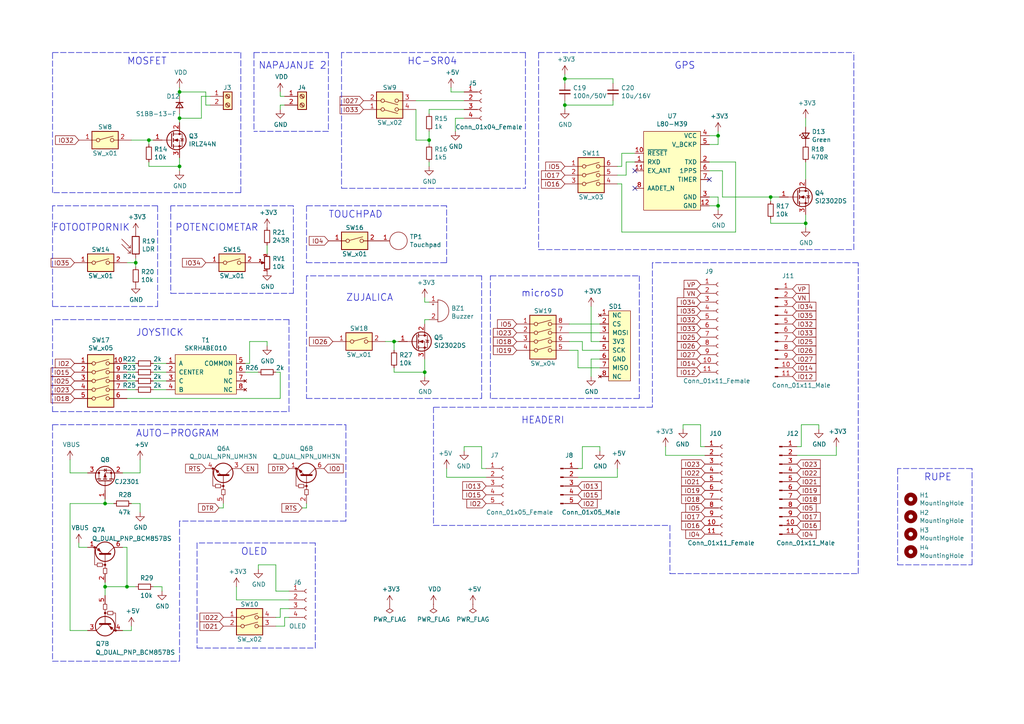
<source format=kicad_sch>
(kicad_sch (version 20211123) (generator eeschema)
  (paper "A4")
  (junction (at 124.46 40.64))
  (junction (at 30.48 170.18))
  (junction (at 163.83 30.48))
  (junction (at 52.07 26.67))
  (junction (at 223.52 57.15))
  (junction (at 163.83 22.86))
  (junction (at 36.83 170.18))
  (junction (at 52.07 34.29))
  (junction (at 123.19 107.95))
  (junction (at 233.68 64.77))
  (junction (at 39.37 76.2))
  (junction (at 43.18 40.64))
  (junction (at 52.07 48.26))
  (junction (at 208.28 39.37))
  (junction (at 114.3 99.06))
  (junction (at 30.48 146.05))
  (junction (at 208.28 59.69))
  (no_connect (at 205.74 52.07))
  (no_connect (at 184.15 54.61))
  (no_connect (at 184.15 49.53))
  (wire (pts (xy 30.48 170.18) (xy 30.48 168.91)))
  (wire (pts (xy 139.7 135.89) (xy 139.7 129.54)))
  (polyline (pts (xy 95.25 15.24) (xy 95.25 38.1)))
  (wire (pts (xy 36.83 76.2) (xy 39.37 76.2)))
  (wire (pts (xy 60.96 30.48) (xy 59.69 30.48)))
  (wire (pts (xy 223.52 64.77) (xy 233.68 64.77)))
  (polyline (pts (xy 15.24 123.19) (xy 100.33 123.19)))
  (wire (pts (xy 167.64 106.68) (xy 167.64 101.6)))
  (wire (pts (xy 52.07 25.4) (xy 52.07 26.67)))
  (wire (pts (xy 81.28 107.95) (xy 80.01 107.95)))
  (wire (pts (xy 242.57 132.08) (xy 231.14 132.08)))
  (wire (pts (xy 77.47 99.06) (xy 72.39 99.06)))
  (wire (pts (xy 81.28 30.48) (xy 82.55 30.48)))
  (wire (pts (xy 132.08 34.29) (xy 134.62 34.29)))
  (polyline (pts (xy 88.9 59.69) (xy 88.9 76.2)))
  (polyline (pts (xy 185.42 115.57) (xy 142.24 115.57)))
  (polyline (pts (xy 194.31 166.37) (xy 248.92 166.37)))
  (polyline (pts (xy 88.9 76.2) (xy 129.54 76.2)))
  (wire (pts (xy 177.8 24.13) (xy 177.8 22.86)))
  (polyline (pts (xy 100.33 151.13) (xy 52.07 151.13)))
  (wire (pts (xy 59.69 30.48) (xy 59.69 26.67)))
  (wire (pts (xy 52.07 26.67) (xy 52.07 27.94)))
  (wire (pts (xy 177.8 29.21) (xy 177.8 30.48)))
  (wire (pts (xy 36.83 158.75) (xy 35.56 158.75)))
  (wire (pts (xy 38.1 182.88) (xy 35.56 182.88)))
  (wire (pts (xy 179.07 138.43) (xy 167.64 138.43)))
  (wire (pts (xy 114.3 99.06) (xy 114.3 101.6)))
  (wire (pts (xy 81.28 115.57) (xy 81.28 107.95)))
  (polyline (pts (xy 15.24 123.19) (xy 15.24 191.77)))
  (wire (pts (xy 233.68 64.77) (xy 233.68 66.04)))
  (wire (pts (xy 205.74 46.99) (xy 213.36 46.99)))
  (wire (pts (xy 171.45 99.06) (xy 173.99 99.06)))
  (wire (pts (xy 173.99 106.68) (xy 167.64 106.68)))
  (wire (pts (xy 20.32 146.05) (xy 20.32 182.88)))
  (wire (pts (xy 124.46 40.64) (xy 124.46 41.91)))
  (wire (pts (xy 43.18 40.64) (xy 44.45 40.64)))
  (wire (pts (xy 180.34 48.26) (xy 179.07 48.26)))
  (polyline (pts (xy 99.06 15.24) (xy 99.06 54.61)))
  (wire (pts (xy 81.28 31.75) (xy 81.28 30.48)))
  (wire (pts (xy 208.28 59.69) (xy 205.74 59.69)))
  (polyline (pts (xy 88.9 80.01) (xy 88.9 115.57)))
  (polyline (pts (xy 185.42 80.01) (xy 185.42 115.57)))
  (wire (pts (xy 52.07 33.02) (xy 52.07 34.29)))
  (polyline (pts (xy 156.21 15.24) (xy 247.65 15.24)))
  (wire (pts (xy 168.91 101.6) (xy 173.99 101.6)))
  (polyline (pts (xy 15.24 92.71) (xy 15.24 119.38)))
  (wire (pts (xy 208.28 59.69) (xy 208.28 57.15)))
  (wire (pts (xy 20.32 133.35) (xy 20.32 137.16)))
  (wire (pts (xy 140.97 135.89) (xy 139.7 135.89)))
  (wire (pts (xy 111.76 99.06) (xy 114.3 99.06)))
  (wire (pts (xy 87.63 147.32) (xy 88.9 147.32)))
  (wire (pts (xy 171.45 88.9) (xy 171.45 99.06)))
  (wire (pts (xy 124.46 38.1) (xy 124.46 40.64)))
  (polyline (pts (xy 15.24 191.77) (xy 52.07 191.77)))
  (wire (pts (xy 60.96 27.94) (xy 58.42 27.94)))
  (wire (pts (xy 223.52 63.5) (xy 223.52 64.77)))
  (wire (pts (xy 38.1 181.61) (xy 38.1 182.88)))
  (wire (pts (xy 38.1 146.05) (xy 40.64 146.05)))
  (polyline (pts (xy 152.4 15.24) (xy 152.4 54.61)))
  (wire (pts (xy 232.41 129.54) (xy 231.14 129.54)))
  (wire (pts (xy 68.58 173.99) (xy 83.82 173.99)))
  (polyline (pts (xy 95.25 38.1) (xy 73.66 38.1)))
  (polyline (pts (xy 15.24 59.69) (xy 15.24 88.9)))
  (wire (pts (xy 163.83 30.48) (xy 163.83 29.21)))
  (wire (pts (xy 165.1 99.06) (xy 168.91 99.06)))
  (wire (pts (xy 171.45 109.22) (xy 171.45 104.14)))
  (polyline (pts (xy 83.82 92.71) (xy 15.24 92.71)))
  (wire (pts (xy 81.28 179.07) (xy 81.28 176.53)))
  (wire (pts (xy 81.28 27.94) (xy 82.55 27.94)))
  (polyline (pts (xy 85.09 85.09) (xy 85.09 59.69)))
  (wire (pts (xy 59.69 26.67) (xy 52.07 26.67)))
  (wire (pts (xy 43.18 41.91) (xy 43.18 40.64)))
  (wire (pts (xy 39.37 74.93) (xy 39.37 76.2)))
  (wire (pts (xy 179.07 135.89) (xy 179.07 138.43)))
  (polyline (pts (xy 69.85 15.24) (xy 69.85 55.88)))
  (wire (pts (xy 123.19 109.22) (xy 123.19 107.95)))
  (wire (pts (xy 168.91 135.89) (xy 168.91 129.54)))
  (polyline (pts (xy 156.21 15.24) (xy 156.21 72.39)))
  (wire (pts (xy 30.48 170.18) (xy 36.83 170.18)))
  (wire (pts (xy 58.42 27.94) (xy 58.42 34.29)))
  (wire (pts (xy 233.68 64.77) (xy 233.68 62.23)))
  (wire (pts (xy 114.3 106.68) (xy 114.3 107.95)))
  (wire (pts (xy 120.65 29.21) (xy 134.62 29.21)))
  (wire (pts (xy 237.49 124.46) (xy 237.49 123.19)))
  (polyline (pts (xy 152.4 15.24) (xy 99.06 15.24)))
  (polyline (pts (xy 15.24 119.38) (xy 83.82 119.38)))
  (wire (pts (xy 205.74 41.91) (xy 208.28 41.91)))
  (polyline (pts (xy 129.54 76.2) (xy 129.54 59.69)))
  (polyline (pts (xy 73.66 15.24) (xy 95.25 15.24)))
  (polyline (pts (xy 281.94 135.89) (xy 260.35 135.89)))
  (wire (pts (xy 179.07 50.8) (xy 181.61 50.8)))
  (wire (pts (xy 120.65 31.75) (xy 120.65 40.64)))
  (wire (pts (xy 77.47 100.33) (xy 77.47 99.06)))
  (wire (pts (xy 39.37 77.47) (xy 39.37 76.2)))
  (wire (pts (xy 33.02 146.05) (xy 30.48 146.05)))
  (wire (pts (xy 74.93 165.1) (xy 74.93 163.83)))
  (wire (pts (xy 124.46 46.99) (xy 124.46 48.26)))
  (wire (pts (xy 43.18 48.26) (xy 52.07 48.26)))
  (polyline (pts (xy 88.9 115.57) (xy 139.7 115.57)))
  (wire (pts (xy 36.83 110.49) (xy 39.37 110.49)))
  (wire (pts (xy 184.15 44.45) (xy 180.34 44.45)))
  (wire (pts (xy 36.83 105.41) (xy 39.37 105.41)))
  (wire (pts (xy 163.83 22.86) (xy 177.8 22.86)))
  (wire (pts (xy 88.9 147.32) (xy 88.9 146.05)))
  (polyline (pts (xy 247.65 72.39) (xy 247.65 15.24)))
  (wire (pts (xy 139.7 129.54) (xy 134.62 129.54)))
  (wire (pts (xy 81.28 176.53) (xy 83.82 176.53)))
  (polyline (pts (xy 142.24 80.01) (xy 185.42 80.01)))
  (wire (pts (xy 80.01 179.07) (xy 81.28 179.07)))
  (polyline (pts (xy 142.24 115.57) (xy 142.24 80.01)))
  (wire (pts (xy 81.28 26.67) (xy 81.28 27.94)))
  (wire (pts (xy 193.04 132.08) (xy 204.47 132.08)))
  (wire (pts (xy 171.45 104.14) (xy 173.99 104.14)))
  (wire (pts (xy 77.47 73.66) (xy 77.47 71.12)))
  (wire (pts (xy 163.83 21.59) (xy 163.83 22.86)))
  (wire (pts (xy 208.28 41.91) (xy 208.28 39.37)))
  (polyline (pts (xy 189.23 118.11) (xy 125.73 118.11)))
  (polyline (pts (xy 69.85 55.88) (xy 15.24 55.88)))
  (wire (pts (xy 203.2 129.54) (xy 204.47 129.54)))
  (wire (pts (xy 44.45 170.18) (xy 46.99 170.18)))
  (wire (pts (xy 44.45 113.03) (xy 48.26 113.03)))
  (wire (pts (xy 30.48 146.05) (xy 30.48 144.78)))
  (wire (pts (xy 72.39 105.41) (xy 71.12 105.41)))
  (polyline (pts (xy 125.73 118.11) (xy 125.73 152.4)))
  (wire (pts (xy 180.34 44.45) (xy 180.34 48.26)))
  (polyline (pts (xy 99.06 54.61) (xy 152.4 54.61)))
  (wire (pts (xy 242.57 129.54) (xy 242.57 132.08)))
  (wire (pts (xy 129.54 135.89) (xy 129.54 138.43)))
  (wire (pts (xy 52.07 34.29) (xy 52.07 35.56)))
  (wire (pts (xy 44.45 110.49) (xy 48.26 110.49)))
  (wire (pts (xy 72.39 99.06) (xy 72.39 105.41)))
  (wire (pts (xy 130.81 26.67) (xy 134.62 26.67)))
  (wire (pts (xy 71.12 107.95) (xy 74.93 107.95)))
  (polyline (pts (xy 73.66 15.24) (xy 73.66 38.1)))
  (wire (pts (xy 173.99 129.54) (xy 173.99 130.81)))
  (wire (pts (xy 20.32 137.16) (xy 25.4 137.16)))
  (wire (pts (xy 83.82 179.07) (xy 82.55 179.07)))
  (polyline (pts (xy 281.94 163.83) (xy 281.94 135.89)))
  (polyline (pts (xy 49.53 59.69) (xy 49.53 85.09)))
  (wire (pts (xy 120.65 40.64) (xy 124.46 40.64)))
  (wire (pts (xy 20.32 146.05) (xy 30.48 146.05)))
  (wire (pts (xy 80.01 163.83) (xy 80.01 171.45)))
  (wire (pts (xy 167.64 101.6) (xy 165.1 101.6)))
  (wire (pts (xy 114.3 107.95) (xy 123.19 107.95)))
  (wire (pts (xy 82.55 181.61) (xy 80.01 181.61)))
  (wire (pts (xy 64.77 147.32) (xy 64.77 146.05)))
  (wire (pts (xy 223.52 57.15) (xy 226.06 57.15)))
  (polyline (pts (xy 156.21 72.39) (xy 247.65 72.39)))
  (wire (pts (xy 22.86 158.75) (xy 25.4 158.75)))
  (polyline (pts (xy 91.44 157.48) (xy 57.15 157.48)))
  (wire (pts (xy 124.46 87.63) (xy 123.19 87.63)))
  (polyline (pts (xy 248.92 166.37) (xy 248.92 76.2)))
  (wire (pts (xy 63.5 147.32) (xy 64.77 147.32)))
  (wire (pts (xy 233.68 46.99) (xy 233.68 52.07)))
  (wire (pts (xy 123.19 107.95) (xy 123.19 104.14)))
  (wire (pts (xy 36.83 158.75) (xy 36.83 170.18)))
  (wire (pts (xy 167.64 135.89) (xy 168.91 135.89)))
  (wire (pts (xy 134.62 129.54) (xy 134.62 130.81)))
  (wire (pts (xy 129.54 138.43) (xy 140.97 138.43)))
  (wire (pts (xy 205.74 49.53) (xy 209.55 49.53)))
  (wire (pts (xy 165.1 96.52) (xy 173.99 96.52)))
  (polyline (pts (xy 139.7 80.01) (xy 88.9 80.01)))
  (wire (pts (xy 44.45 105.41) (xy 48.26 105.41)))
  (polyline (pts (xy 45.72 59.69) (xy 15.24 59.69)))
  (wire (pts (xy 168.91 129.54) (xy 173.99 129.54)))
  (wire (pts (xy 193.04 129.54) (xy 193.04 132.08)))
  (wire (pts (xy 36.83 107.95) (xy 39.37 107.95)))
  (wire (pts (xy 44.45 107.95) (xy 48.26 107.95)))
  (wire (pts (xy 38.1 40.64) (xy 43.18 40.64)))
  (polyline (pts (xy 91.44 187.96) (xy 91.44 157.48)))
  (wire (pts (xy 198.12 124.46) (xy 198.12 123.19)))
  (polyline (pts (xy 15.24 15.24) (xy 69.85 15.24)))
  (polyline (pts (xy 45.72 88.9) (xy 45.72 59.69)))
  (polyline (pts (xy 125.73 152.4) (xy 194.31 152.4)))
  (wire (pts (xy 163.83 30.48) (xy 177.8 30.48)))
  (wire (pts (xy 237.49 123.19) (xy 232.41 123.19)))
  (polyline (pts (xy 100.33 123.19) (xy 100.33 151.13)))
  (wire (pts (xy 124.46 92.71) (xy 123.19 92.71)))
  (wire (pts (xy 163.83 24.13) (xy 163.83 22.86)))
  (wire (pts (xy 40.64 133.35) (xy 40.64 137.16)))
  (polyline (pts (xy 52.07 151.13) (xy 52.07 191.77)))
  (wire (pts (xy 124.46 33.02) (xy 124.46 31.75)))
  (polyline (pts (xy 260.35 163.83) (xy 281.94 163.83)))
  (wire (pts (xy 209.55 49.53) (xy 209.55 57.15)))
  (polyline (pts (xy 189.23 76.2) (xy 189.23 118.11)))
  (wire (pts (xy 124.46 31.75) (xy 134.62 31.75)))
  (wire (pts (xy 80.01 171.45) (xy 83.82 171.45)))
  (wire (pts (xy 36.83 115.57) (xy 81.28 115.57)))
  (wire (pts (xy 115.57 99.06) (xy 114.3 99.06)))
  (wire (pts (xy 20.32 182.88) (xy 25.4 182.88)))
  (wire (pts (xy 130.81 25.4) (xy 130.81 26.67)))
  (wire (pts (xy 68.58 170.18) (xy 68.58 173.99)))
  (wire (pts (xy 163.83 30.48) (xy 163.83 31.75)))
  (polyline (pts (xy 260.35 135.89) (xy 260.35 163.83)))
  (wire (pts (xy 180.34 67.31) (xy 213.36 67.31)))
  (polyline (pts (xy 194.31 152.4) (xy 194.31 166.37)))
  (wire (pts (xy 223.52 58.42) (xy 223.52 57.15)))
  (polyline (pts (xy 15.24 88.9) (xy 45.72 88.9)))
  (polyline (pts (xy 15.24 55.88) (xy 15.24 15.24)))
  (wire (pts (xy 74.93 163.83) (xy 80.01 163.83)))
  (wire (pts (xy 180.34 53.34) (xy 180.34 67.31)))
  (polyline (pts (xy 83.82 119.38) (xy 83.82 92.71)))
  (wire (pts (xy 208.28 38.1) (xy 208.28 39.37)))
  (wire (pts (xy 58.42 34.29) (xy 52.07 34.29)))
  (wire (pts (xy 233.68 34.29) (xy 233.68 36.83)))
  (wire (pts (xy 36.83 170.18) (xy 39.37 170.18)))
  (wire (pts (xy 40.64 137.16) (xy 35.56 137.16)))
  (polyline (pts (xy 129.54 59.69) (xy 88.9 59.69)))
  (polyline (pts (xy 139.7 115.57) (xy 139.7 80.01)))
  (wire (pts (xy 123.19 92.71) (xy 123.19 93.98)))
  (polyline (pts (xy 57.15 157.48) (xy 57.15 187.96)))
  (wire (pts (xy 181.61 46.99) (xy 184.15 46.99)))
  (wire (pts (xy 181.61 50.8) (xy 181.61 46.99)))
  (wire (pts (xy 208.28 57.15) (xy 205.74 57.15)))
  (wire (pts (xy 30.48 170.18) (xy 30.48 172.72)))
  (wire (pts (xy 165.1 93.98) (xy 173.99 93.98)))
  (wire (pts (xy 209.55 57.15) (xy 223.52 57.15)))
  (wire (pts (xy 203.2 123.19) (xy 203.2 129.54)))
  (wire (pts (xy 40.64 146.05) (xy 40.64 148.59)))
  (wire (pts (xy 198.12 123.19) (xy 203.2 123.19)))
  (wire (pts (xy 52.07 48.26) (xy 52.07 45.72)))
  (polyline (pts (xy 85.09 59.69) (xy 49.53 59.69)))
  (wire (pts (xy 232.41 123.19) (xy 232.41 129.54)))
  (wire (pts (xy 82.55 179.07) (xy 82.55 181.61)))
  (wire (pts (xy 123.19 87.63) (xy 123.19 86.36)))
  (polyline (pts (xy 57.15 187.96) (xy 91.44 187.96)))
  (wire (pts (xy 213.36 67.31) (xy 213.36 46.99)))
  (wire (pts (xy 208.28 60.96) (xy 208.28 59.69)))
  (wire (pts (xy 179.07 53.34) (xy 180.34 53.34)))
  (wire (pts (xy 52.07 49.53) (xy 52.07 48.26)))
  (polyline (pts (xy 49.53 85.09) (xy 85.09 85.09)))
  (polyline (pts (xy 248.92 76.2) (xy 189.23 76.2)))
  (wire (pts (xy 46.99 170.18) (xy 46.99 171.45)))
  (wire (pts (xy 168.91 99.06) (xy 168.91 101.6)))
  (wire (pts (xy 36.83 113.03) (xy 39.37 113.03)))
  (wire (pts (xy 208.28 39.37) (xy 205.74 39.37)))
  (wire (pts (xy 132.08 38.1) (xy 132.08 34.29)))
  (wire (pts (xy 22.86 157.48) (xy 22.86 158.75)))
  (wire (pts (xy 43.18 46.99) (xy 43.18 48.26)))
  (text "RUPE" (at 267.97 139.7 0) (effects (font (size 2.0066 2.0066)) (justify left bottom)))
  (text "GPS" (at 195.58 20.32 0) (effects (font (size 2.0066 2.0066)) (justify left bottom)))
  (text "FOTOOTPORNIK" (at 15.24 67.31 0) (effects (font (size 2.0066 2.0066)) (justify left bottom)))
  (text "HC-SR04" (at 118.11 19.05 0) (effects (font (size 2.0066 2.0066)) (justify left bottom)))
  (text "microSD" (at 151.13 86.36 0) (effects (font (size 2.0066 2.0066)) (justify left bottom)))
  (text "MOSFET" (at 36.83 19.05 0) (effects (font (size 2.0066 2.0066)) (justify left bottom)))
  (text "NAPAJANJE 2" (at 74.93 20.32 0) (effects (font (size 2.0066 2.0066)) (justify left bottom)))
  (text "JOYSTICK" (at 39.37 97.79 0) (effects (font (size 2.0066 2.0066)) (justify left bottom)))
  (text "TOUCHPAD" (at 95.25 63.5 0) (effects (font (size 2.0066 2.0066)) (justify left bottom)))
  (text "OLED" (at 69.85 161.29 0) (effects (font (size 2.0066 2.0066)) (justify left bottom)))
  (text "HEADERI" (at 151.13 123.19 0) (effects (font (size 2.0066 2.0066)) (justify left bottom)))
  (text "ZUJALICA" (at 100.33 87.63 0) (effects (font (size 2.0066 2.0066)) (justify left bottom)))
  (text "AUTO-PROGRAM" (at 39.37 127 0) (effects (font (size 2.0066 2.0066)) (justify left bottom)))
  (text "POTENCIOMETAR" (at 50.8 67.31 0) (effects (font (size 2.0066 2.0066)) (justify left bottom)))
  (global_label "IO13" (shape input) (at 140.97 140.97 180) (property "Intersheet References" "${INTERSHEET_REFS}" (effects hide)))
  (global_label "IO19" (shape input) (at 231.14 142.24 0) (property "Intersheet References" "${INTERSHEET_REFS}" (effects hide)))
  (global_label "IO5" (shape input) (at 163.83 48.26 180) (property "Intersheet References" "${INTERSHEET_REFS}" (effects hide)))
  (global_label "IO16" (shape input) (at 204.47 152.4 180) (property "Intersheet References" "${INTERSHEET_REFS}" (effects hide)))
  (global_label "IO19" (shape input) (at 204.47 142.24 180) (property "Intersheet References" "${INTERSHEET_REFS}" (effects hide)))
  (global_label "IO19" (shape input) (at 149.86 101.6 180) (property "Intersheet References" "${INTERSHEET_REFS}" (effects hide)))
  (global_label "VP" (shape input) (at 229.87 83.82 0) (property "Intersheet References" "${INTERSHEET_REFS}" (effects hide)))
  (global_label "IO15" (shape input) (at 140.97 143.51 180) (property "Intersheet References" "${INTERSHEET_REFS}" (effects hide)))
  (global_label "IO35" (shape input) (at 21.59 76.2 180) (property "Intersheet References" "${INTERSHEET_REFS}" (effects hide)))
  (global_label "IO35" (shape input) (at 229.87 91.44 0) (property "Intersheet References" "${INTERSHEET_REFS}" (effects hide)))
  (global_label "EN" (shape input) (at 69.85 135.89 0) (property "Intersheet References" "${INTERSHEET_REFS}" (effects hide)))
  (global_label "IO22" (shape input) (at 231.14 137.16 0) (property "Intersheet References" "${INTERSHEET_REFS}" (effects hide)))
  (global_label "VN" (shape input) (at 203.2 85.09 180) (property "Intersheet References" "${INTERSHEET_REFS}" (effects hide)))
  (global_label "IO5" (shape input) (at 204.47 147.32 180) (property "Intersheet References" "${INTERSHEET_REFS}" (effects hide)))
  (global_label "IO15" (shape input) (at 167.64 143.51 0) (property "Intersheet References" "${INTERSHEET_REFS}" (effects hide)))
  (global_label "IO32" (shape input) (at 22.86 40.64 180) (property "Intersheet References" "${INTERSHEET_REFS}" (effects hide)))
  (global_label "IO33" (shape input) (at 105.41 31.75 180) (property "Intersheet References" "${INTERSHEET_REFS}" (effects hide)))
  (global_label "IO15" (shape input) (at 21.59 107.95 180) (property "Intersheet References" "${INTERSHEET_REFS}" (effects hide)))
  (global_label "IO22" (shape input) (at 64.77 179.07 180) (property "Intersheet References" "${INTERSHEET_REFS}" (effects hide)))
  (global_label "IO4" (shape input) (at 231.14 154.94 0) (property "Intersheet References" "${INTERSHEET_REFS}" (effects hide)))
  (global_label "IO21" (shape input) (at 64.77 181.61 180) (property "Intersheet References" "${INTERSHEET_REFS}" (effects hide)))
  (global_label "RTS" (shape input) (at 59.69 135.89 180) (property "Intersheet References" "${INTERSHEET_REFS}" (effects hide)))
  (global_label "IO33" (shape input) (at 203.2 95.25 180) (property "Intersheet References" "${INTERSHEET_REFS}" (effects hide)))
  (global_label "IO27" (shape input) (at 203.2 102.87 180) (property "Intersheet References" "${INTERSHEET_REFS}" (effects hide)))
  (global_label "IO0" (shape input) (at 93.98 135.89 0) (property "Intersheet References" "${INTERSHEET_REFS}" (effects hide)))
  (global_label "IO17" (shape input) (at 163.83 50.8 180) (property "Intersheet References" "${INTERSHEET_REFS}" (effects hide)))
  (global_label "IO5" (shape input) (at 149.86 93.98 180) (property "Intersheet References" "${INTERSHEET_REFS}" (effects hide)))
  (global_label "IO17" (shape input) (at 204.47 149.86 180) (property "Intersheet References" "${INTERSHEET_REFS}" (effects hide)))
  (global_label "IO5" (shape input) (at 231.14 147.32 0) (property "Intersheet References" "${INTERSHEET_REFS}" (effects hide)))
  (global_label "IO2" (shape input) (at 140.97 146.05 180) (property "Intersheet References" "${INTERSHEET_REFS}" (effects hide)))
  (global_label "VP" (shape input) (at 203.2 82.55 180) (property "Intersheet References" "${INTERSHEET_REFS}" (effects hide)))
  (global_label "IO23" (shape input) (at 231.14 134.62 0) (property "Intersheet References" "${INTERSHEET_REFS}" (effects hide)))
  (global_label "IO32" (shape input) (at 203.2 92.71 180) (property "Intersheet References" "${INTERSHEET_REFS}" (effects hide)))
  (global_label "IO23" (shape input) (at 204.47 134.62 180) (property "Intersheet References" "${INTERSHEET_REFS}" (effects hide)))
  (global_label "IO21" (shape input) (at 204.47 139.7 180) (property "Intersheet References" "${INTERSHEET_REFS}" (effects hide)))
  (global_label "IO17" (shape input) (at 231.14 149.86 0) (property "Intersheet References" "${INTERSHEET_REFS}" (effects hide)))
  (global_label "IO2" (shape input) (at 21.59 105.41 180) (property "Intersheet References" "${INTERSHEET_REFS}" (effects hide)))
  (global_label "IO12" (shape input) (at 229.87 109.22 0) (property "Intersheet References" "${INTERSHEET_REFS}" (effects hide)))
  (global_label "IO26" (shape input) (at 96.52 99.06 180) (property "Intersheet References" "${INTERSHEET_REFS}" (effects hide)))
  (global_label "IO18" (shape input) (at 231.14 144.78 0) (property "Intersheet References" "${INTERSHEET_REFS}" (effects hide)))
  (global_label "IO25" (shape input) (at 203.2 97.79 180) (property "Intersheet References" "${INTERSHEET_REFS}" (effects hide)))
  (global_label "IO27" (shape input) (at 229.87 104.14 0) (property "Intersheet References" "${INTERSHEET_REFS}" (effects hide)))
  (global_label "IO13" (shape input) (at 167.64 140.97 0) (property "Intersheet References" "${INTERSHEET_REFS}" (effects hide)))
  (global_label "IO21" (shape input) (at 231.14 139.7 0) (property "Intersheet References" "${INTERSHEET_REFS}" (effects hide)))
  (global_label "IO27" (shape input) (at 105.41 29.21 180) (property "Intersheet References" "${INTERSHEET_REFS}" (effects hide)))
  (global_label "DTR" (shape input) (at 83.82 135.89 180) (property "Intersheet References" "${INTERSHEET_REFS}" (effects hide)))
  (global_label "IO34" (shape input) (at 59.69 76.2 180) (property "Intersheet References" "${INTERSHEET_REFS}" (effects hide)))
  (global_label "IO4" (shape input) (at 204.47 154.94 180) (property "Intersheet References" "${INTERSHEET_REFS}" (effects hide)))
  (global_label "IO26" (shape input) (at 229.87 101.6 0) (property "Intersheet References" "${INTERSHEET_REFS}" (effects hide)))
  (global_label "IO18" (shape input) (at 21.59 115.57 180) (property "Intersheet References" "${INTERSHEET_REFS}" (effects hide)))
  (global_label "IO32" (shape input) (at 229.87 93.98 0) (property "Intersheet References" "${INTERSHEET_REFS}" (effects hide)))
  (global_label "IO23" (shape input) (at 21.59 113.03 180) (property "Intersheet References" "${INTERSHEET_REFS}" (effects hide)))
  (global_label "IO16" (shape input) (at 163.83 53.34 180) (property "Intersheet References" "${INTERSHEET_REFS}" (effects hide)))
  (global_label "DTR" (shape input) (at 63.5 147.32 180) (property "Intersheet References" "${INTERSHEET_REFS}" (effects hide)))
  (global_label "IO26" (shape input) (at 203.2 100.33 180) (property "Intersheet References" "${INTERSHEET_REFS}" (effects hide)))
  (global_label "IO25" (shape input) (at 21.59 110.49 180) (property "Intersheet References" "${INTERSHEET_REFS}" (effects hide)))
  (global_label "IO4" (shape input) (at 95.25 69.85 180) (property "Intersheet References" "${INTERSHEET_REFS}" (effects hide)))
  (global_label "IO35" (shape input) (at 203.2 90.17 180) (property "Intersheet References" "${INTERSHEET_REFS}" (effects hide)))
  (global_label "IO12" (shape input) (at 203.2 107.95 180) (property "Intersheet References" "${INTERSHEET_REFS}" (effects hide)))
  (global_label "IO34" (shape input) (at 229.87 88.9 0) (property "Intersheet References" "${INTERSHEET_REFS}" (effects hide)))
  (global_label "IO34" (shape input) (at 203.2 87.63 180) (property "Intersheet References" "${INTERSHEET_REFS}" (effects hide)))
  (global_label "IO2" (shape input) (at 167.64 146.05 0) (property "Intersheet References" "${INTERSHEET_REFS}" (effects hide)))
  (global_label "IO18" (shape input) (at 204.47 144.78 180) (property "Intersheet References" "${INTERSHEET_REFS}" (effects hide)))
  (global_label "IO14" (shape input) (at 203.2 105.41 180) (property "Intersheet References" "${INTERSHEET_REFS}" (effects hide)))
  (global_label "IO25" (shape input) (at 229.87 99.06 0) (property "Intersheet References" "${INTERSHEET_REFS}" (effects hide)))
  (global_label "IO23" (shape input) (at 149.86 96.52 180) (property "Intersheet References" "${INTERSHEET_REFS}" (effects hide)))
  (global_label "IO14" (shape input) (at 229.87 106.68 0) (property "Intersheet References" "${INTERSHEET_REFS}" (effects hide)))
  (global_label "IO22" (shape input) (at 204.47 137.16 180) (property "Intersheet References" "${INTERSHEET_REFS}" (effects hide)))
  (global_label "IO33" (shape input) (at 229.87 96.52 0) (property "Intersheet References" "${INTERSHEET_REFS}" (effects hide)))
  (global_label "IO18" (shape input) (at 149.86 99.06 180) (property "Intersheet References" "${INTERSHEET_REFS}" (effects hide)))
  (global_label "IO16" (shape input) (at 231.14 152.4 0) (property "Intersheet References" "${INTERSHEET_REFS}" (effects hide)))
  (global_label "VN" (shape input) (at 229.87 86.36 0) (property "Intersheet References" "${INTERSHEET_REFS}" (effects hide)))
  (global_label "RTS" (shape input) (at 87.63 147.32 180) (property "Intersheet References" "${INTERSHEET_REFS}" (effects hide)))
  (symbol (lib_id "Connector:Screw_Terminal_01x02") (at 87.63 27.94 0) (unit 1)
    (property "Reference" "J4" (at 86.36 25.4 0) (effects (justify left)))
    (property "Value" "Screw_Terminal_01x02" (effects hide))
    (property "Footprint" "TerminalBlock_Phoenix:TerminalBlock_Phoenix_MKDS-1,5-2-5.08_1x02_P5.08mm_Horizontal" (effects hide))
  )
  (symbol (lib_id "power:VDD") (at 81.28 26.67 0) (unit 1)
    (property "Reference" "#PWR034" (effects hide))
    (property "Value" "VDD" (at 81.661 22.2758 0))
  )
  (symbol (lib_id "power:GND") (at 81.28 31.75 0) (unit 1)
    (property "Reference" "#PWR035" (effects hide))
    (property "Value" "GND" (at 81.407 36.1442 0))
  )
  (symbol (lib_id "Device:R_Small") (at 77.47 68.58 0) (unit 1)
    (property "Reference" "R21" (at 78.9686 67.4116 0) (effects (justify left)))
    (property "Value" "243R" (at 78.9686 69.723 0) (effects (justify left)))
    (property "Footprint" "Resistor_SMD:R_0805_2012Metric" (effects hide))
  )
  (symbol (lib_id "power:+3V3") (at 77.47 66.04 0) (unit 1)
    (property "Reference" "#PWR045" (effects hide))
    (property "Value" "+3V3" (at 77.851 61.6458 0))
  )
  (symbol (lib_id "Device:R_POT_Small") (at 77.47 76.2 180) (unit 1)
    (property "Reference" "RV1" (at 78.994 75.0316 0) (effects (justify right)))
    (property "Value" "10k" (at 78.994 77.343 0) (effects (justify right)))
    (property "Footprint" "ESP32IoTPlatform:Potentiometer_Bourns_3386P_Vertical" (effects hide))
  )
  (symbol (lib_id "Connector:Conn_01x04_Female") (at 139.7 29.21 0) (unit 1)
    (property "Reference" "J5" (at 135.89 24.13 0) (effects (justify left)))
    (property "Value" "Conn_01x04_Female" (at 132.08 36.83 0) (effects (justify left)))
    (property "Footprint" "ESP32IoTPlatform:PinSocket_1x04_P2.54mm_Vertical" (effects hide))
  )
  (symbol (lib_id "Switch:SW_DIP_x01") (at 67.31 76.2 0)
    (property "Reference" "SW15" (at 67.31 72.39 0))
    (property "Value" "SW_x01" (at 67.31 80.01 0))
    (property "Footprint" "Button_Switch_SMD:SW_DIP_SPSTx01_Slide_6.7x4.1mm_W6.73mm_P2.54mm_LowProfile_JPin" (effects hide))
  )
  (symbol (lib_id "power:GND") (at 132.08 38.1 0) (unit 1)
    (property "Reference" "#PWR038" (effects hide))
    (property "Value" "GND" (at 132.207 42.4942 0))
  )
  (symbol (lib_id "Switch:SW_DIP_x01") (at 104.14 99.06 0)
    (property "Reference" "SW18" (at 104.14 95.25 0))
    (property "Value" "SW_x01" (at 104.14 102.87 0))
    (property "Footprint" "Button_Switch_SMD:SW_DIP_SPSTx01_Slide_6.7x4.1mm_W6.73mm_P2.54mm_LowProfile_JPin" (effects hide))
  )
  (symbol (lib_id "power:+5V") (at 130.81 25.4 0) (unit 1)
    (property "Reference" "#PWR037" (effects hide))
    (property "Value" "+5V" (at 131.191 21.0058 0))
  )
  (symbol (lib_id "Device:R_Small") (at 114.3 104.14 0) (unit 1)
    (property "Reference" "R27" (at 115.7986 102.9716 0) (effects (justify left)))
    (property "Value" "10k" (at 115.7986 105.283 0) (effects (justify left)))
    (property "Footprint" "Resistor_SMD:R_0805_2012Metric" (effects hide))
  )
  (symbol (lib_id "Device:R_Small") (at 124.46 35.56 0) (unit 1)
    (property "Reference" "R15" (at 125.9586 34.3916 0) (effects (justify left)))
    (property "Value" "1k" (at 125.9586 36.703 0) (effects (justify left)))
    (property "Footprint" "Resistor_SMD:R_0805_2012Metric" (effects hide))
  )
  (symbol (lib_id "power:GND") (at 77.47 78.74 0) (unit 1)
    (property "Reference" "#PWR046" (effects hide))
    (property "Value" "GND" (at 77.597 83.1342 0))
  )
  (symbol (lib_id "Device:R_Small") (at 124.46 44.45 0) (unit 1)
    (property "Reference" "R16" (at 125.9586 43.2816 0) (effects (justify left)))
    (property "Value" "1k5" (at 125.9586 45.593 0) (effects (justify left)))
    (property "Footprint" "Resistor_SMD:R_0805_2012Metric" (effects hide))
  )
  (symbol (lib_id "power:GND") (at 124.46 48.26 0) (unit 1)
    (property "Reference" "#PWR036" (effects hide))
    (property "Value" "GND" (at 124.587 52.6542 0))
  )
  (symbol (lib_id "Transistor_FET:IRLZ44N") (at 120.65 99.06 0) (unit 1)
    (property "Reference" "Q5" (at 125.8316 97.8916 0) (effects (justify left)))
    (property "Value" "SI2302DS" (at 125.8316 100.203 0) (effects (justify left)))
    (property "Footprint" "Package_TO_SOT_SMD:SOT-23" (effects hide))
    (property "Datasheet" "http://www.irf.com/product-info/datasheets/data/irlz44n.pdf" (effects hide))
  )
  (symbol (lib_id "Sensor_Optical:LDR03") (at 39.37 71.12 0) (unit 1)
    (property "Reference" "R19" (at 41.148 69.9516 0) (effects (justify left)))
    (property "Value" "LDR" (at 41.148 72.263 0) (effects (justify left)))
    (property "Footprint" "OptoDevice:R_LDR_10x8.5mm_P7.6mm_Vertical" (effects hide))
    (property "Datasheet" "http://www.elektronica-componenten.nl/WebRoot/StoreNL/Shops/61422969/54F1/BA0C/C664/31B9/2173/C0A8/2AB9/2AEF/LDR03IMP.pdf" (effects hide))
  )
  (symbol (lib_id "power:+3V3") (at 39.37 67.31 0) (unit 1)
    (property "Reference" "#PWR0125" (effects hide))
    (property "Value" "+3V3" (at 39.751 62.9158 0))
  )
  (symbol (lib_id "Transistor_FET:IRLZ44N") (at 49.53 40.64 0) (unit 1)
    (property "Reference" "Q3" (at 54.7116 39.4716 0) (effects (justify left)))
    (property "Value" "IRLZ44N" (at 54.7116 41.783 0) (effects (justify left)))
    (property "Footprint" "Package_TO_SOT_THT:TO-220-3_Vertical" (effects hide))
    (property "Datasheet" "http://www.irf.com/product-info/datasheets/data/irlz44n.pdf" (effects hide))
  )
  (symbol (lib_id "power:GND") (at 123.19 109.22 0) (unit 1)
    (property "Reference" "#PWR049" (effects hide))
    (property "Value" "GND" (at 123.317 113.6142 0))
  )
  (symbol (lib_id "power:VDD") (at 52.07 25.4 0) (unit 1)
    (property "Reference" "#PWR032" (effects hide))
    (property "Value" "VDD" (at 52.451 21.0058 0))
  )
  (symbol (lib_id "Device:R_Small") (at 39.37 80.01 0) (unit 1)
    (property "Reference" "R20" (at 40.8686 78.8416 0) (effects (justify left)))
    (property "Value" "10k" (at 40.8686 81.153 0) (effects (justify left)))
    (property "Footprint" "Resistor_SMD:R_0805_2012Metric" (effects hide))
  )
  (symbol (lib_id "power:GND") (at 39.37 82.55 0) (unit 1)
    (property "Reference" "#PWR0126" (effects hide))
    (property "Value" "GND" (at 39.497 86.9442 0))
  )
  (symbol (lib_id "power:+3V3") (at 123.19 86.36 0) (unit 1)
    (property "Reference" "#PWR048" (effects hide))
    (property "Value" "+3V3" (at 123.571 81.9658 0))
  )
  (symbol (lib_id "Device:D_Small") (at 52.07 30.48 270)
    (property "Reference" "D12" (at 48.26 27.94 90) (effects (justify left)))
    (property "Value" "S1BB-13-F" (at 39.37 33.02 90) (effects (justify left)))
    (property "Footprint" "Diode_SMD:D_SMA" (effects hide))
  )
  (symbol (lib_id "Switch:SW_DIP_x01") (at 29.21 76.2 0)
    (property "Reference" "SW14" (at 29.21 72.39 0))
    (property "Value" "SW_x01" (at 29.21 80.01 0))
    (property "Footprint" "Button_Switch_SMD:SW_DIP_SPSTx01_Slide_6.7x4.1mm_W6.73mm_P2.54mm_LowProfile_JPin" (effects hide))
  )
  (symbol (lib_id "ESP32IoTPlatform_simboli:SKRHABE010") (at 59.69 116.84 0) (unit 1)
    (property "Reference" "T1" (at 59.69 98.679 0))
    (property "Value" "SKRHABE010" (at 59.69 100.9904 0))
    (property "Footprint" "ESP32IoTPlatform:Alps_SKRHABE010" (effects hide))
  )
  (symbol (lib_id "Device:Buzzer") (at 127 90.17 0) (unit 1)
    (property "Reference" "BZ1" (at 130.8608 89.4334 0) (effects (justify left)))
    (property "Value" "Buzzer" (at 130.8608 91.7448 0) (effects (justify left)))
    (property "Footprint" "ESP32IoTPlatform:PS1240P02BT" (effects hide))
  )
  (symbol (lib_id "power:GND") (at 52.07 49.53 0) (unit 1)
    (property "Reference" "#PWR033" (effects hide))
    (property "Value" "GND" (at 52.197 53.9242 0))
  )
  (symbol (lib_id "ESP32IoTPlatform_simboli:Touchpad") (at 111.76 74.93 0) (unit 1)
    (property "Reference" "TP1" (at 118.8212 68.6816 0) (effects (justify left)))
    (property "Value" "Touchpad" (at 118.8212 70.993 0) (effects (justify left)))
    (property "Footprint" "ESP32IoTPlatform:Touchpad" (effects hide))
  )
  (symbol (lib_id "Switch:SW_DIP_x01") (at 102.87 69.85 0)
    (property "Reference" "SW16" (at 102.87 66.04 0))
    (property "Value" "SW_x01" (at 102.87 73.66 0))
    (property "Footprint" "Button_Switch_SMD:SW_DIP_SPSTx01_Slide_6.7x4.1mm_W6.73mm_P2.54mm_LowProfile_JPin" (effects hide))
  )
  (symbol (lib_id "Connector:Conn_01x05_Female") (at 146.05 140.97 0) (unit 1)
    (property "Reference" "J7" (at 142.24 132.08 0) (effects (justify left)))
    (property "Value" "Conn_01x05_Female" (at 140.97 148.59 0) (effects (justify left)))
    (property "Footprint" "Connector_PinSocket_2.54mm:PinSocket_1x05_P2.54mm_Vertical" (effects hide))
  )
  (symbol (lib_id "Connector:Conn_01x05_Male") (at 162.56 140.97 0) (unit 1)
    (property "Reference" "J8" (at 165.1 132.08 0))
    (property "Value" "Conn_01x05_Male" (at 171.45 148.59 0))
    (property "Footprint" "Connector_PinHeader_2.54mm:PinHeader_1x05_P2.54mm_Vertical" (effects hide))
  )
  (symbol (lib_id "power:GND") (at 173.99 130.81 0) (unit 1)
    (property "Reference" "#PWR060" (effects hide))
    (property "Value" "GND" (at 174.117 135.2042 0))
  )
  (symbol (lib_id "Device:R_Small") (at 43.18 44.45 0) (unit 1)
    (property "Reference" "R14" (at 44.6786 43.2816 0) (effects (justify left)))
    (property "Value" "10k" (at 44.6786 45.593 0) (effects (justify left)))
    (property "Footprint" "Resistor_SMD:R_0805_2012Metric" (effects hide))
  )
  (symbol (lib_id "Connector:Conn_01x04_Female") (at 88.9 173.99 0) (unit 1)
    (property "Reference" "J6" (at 85.09 168.91 0) (effects (justify left)))
    (property "Value" "OLED" (at 83.82 181.61 0) (effects (justify left)))
    (property "Footprint" "ESP32IoTPlatform:OLED" (effects hide))
  )
  (symbol (lib_id "Switch:SW_DIP_x01") (at 30.48 40.64 0)
    (property "Reference" "SW8" (at 30.48 36.83 0))
    (property "Value" "SW_x01" (at 30.48 44.45 0))
    (property "Footprint" "Button_Switch_SMD:SW_DIP_SPSTx01_Slide_6.7x4.1mm_W6.73mm_P2.54mm_LowProfile_JPin" (effects hide))
  )
  (symbol (lib_id "Connector:Screw_Terminal_01x02") (at 66.04 27.94 0) (unit 1)
    (property "Reference" "J3" (at 64.77 25.4 0) (effects (justify left)))
    (property "Value" "Screw_Terminal_01x02" (effects hide))
    (property "Footprint" "TerminalBlock_Phoenix:TerminalBlock_Phoenix_MKDS-1,5-2-5.08_1x02_P5.08mm_Horizontal" (effects hide))
  )
  (symbol (lib_id "Mechanical:MountingHole") (at 264.16 160.02 0) (unit 1)
    (property "Reference" "H4" (at 266.7 158.8516 0) (effects (justify left)))
    (property "Value" "MountingHole" (at 266.7 161.163 0) (effects (justify left)))
    (property "Footprint" "MountingHole:MountingHole_3.2mm_M3_Pad_Via" (effects hide))
  )
  (symbol (lib_id "Mechanical:MountingHole") (at 264.16 154.94 0) (unit 1)
    (property "Reference" "H3" (at 266.7 153.7716 0) (effects (justify left)))
    (property "Value" "MountingHole" (at 266.7 156.083 0) (effects (justify left)))
    (property "Footprint" "MountingHole:MountingHole_3.2mm_M3_Pad_Via" (effects hide))
  )
  (symbol (lib_id "Mechanical:MountingHole") (at 264.16 149.86 0) (unit 1)
    (property "Reference" "H2" (at 266.7 148.6916 0) (effects (justify left)))
    (property "Value" "MountingHole" (at 266.7 151.003 0) (effects (justify left)))
    (property "Footprint" "MountingHole:MountingHole_3.2mm_M3_Pad_Via" (effects hide))
  )
  (symbol (lib_id "Mechanical:MountingHole") (at 264.16 144.78 0) (unit 1)
    (property "Reference" "H1" (at 266.7 143.6116 0) (effects (justify left)))
    (property "Value" "MountingHole" (at 266.7 145.923 0) (effects (justify left)))
    (property "Footprint" "MountingHole:MountingHole_3.2mm_M3_Pad_Via" (effects hide))
  )
  (symbol (lib_id "power:GND") (at 74.93 165.1 0) (unit 1)
    (property "Reference" "#PWR0127" (effects hide))
    (property "Value" "GND" (at 75.057 169.4942 0))
  )
  (symbol (lib_id "ESP32IoTPlatform_simboli:L80-M39") (at 194.31 62.23 0) (unit 1)
    (property "Reference" "U7" (at 194.945 33.655 0))
    (property "Value" "L80-M39" (at 194.945 35.9664 0))
    (property "Footprint" "ESP32IoTPlatform:L80-M39" (effects hide))
  )
  (symbol (lib_id "power:+5V") (at 179.07 135.89 0) (unit 1)
    (property "Reference" "#PWR061" (effects hide))
    (property "Value" "+5V" (at 179.451 131.4958 0))
  )
  (symbol (lib_id "Device:Q_DUAL_NPN_NPN_BRT_E1B1C2E2B2C1") (at 88.9 137.16 270) (mirror x) (unit 2)
    (property "Reference" "Q6" (at 88.9 130.0988 90))
    (property "Value" "Q_DUAL_NPN_UMH3N" (at 88.9 132.4102 90))
    (property "Footprint" "Package_TO_SOT_SMD:SOT-363_SC-70-6" (effects hide))
  )
  (symbol (lib_id "power:+3V3") (at 68.58 170.18 0) (unit 1)
    (property "Reference" "#PWR0128" (effects hide))
    (property "Value" "+3V3" (at 68.961 165.7858 0))
  )
  (symbol (lib_id "power:GND") (at 208.28 60.96 0) (unit 1)
    (property "Reference" "#PWR042" (effects hide))
    (property "Value" "GND" (at 208.407 65.3542 0))
  )
  (symbol (lib_id "power:+3V3") (at 208.28 38.1 0) (unit 1)
    (property "Reference" "#PWR041" (effects hide))
    (property "Value" "+3V3" (at 208.661 33.7058 0))
  )
  (symbol (lib_id "Switch:SW_DIP_x02") (at 113.03 29.21 0) (mirror x)
    (property "Reference" "SW9" (at 113.03 25.4 0))
    (property "Value" "SW_x02" (at 113.03 35.56 0))
    (property "Footprint" "Button_Switch_SMD:SW_DIP_SPSTx02_Slide_6.7x6.64mm_W6.73mm_P2.54mm_LowProfile_JPin" (effects hide))
  )
  (symbol (lib_id "Device:R_Small") (at 41.91 105.41 270) (unit 1)
    (property "Reference" "R22" (at 35.56 104.14 90) (effects (justify left)))
    (property "Value" "2k" (at 44.45 104.14 90) (effects (justify left)))
    (property "Footprint" "Resistor_SMD:R_0805_2012Metric" (effects hide))
  )
  (symbol (lib_id "Transistor_FET:IRLZ44N") (at 231.14 57.15 0) (unit 1)
    (property "Reference" "Q4" (at 236.3216 55.9816 0) (effects (justify left)))
    (property "Value" "SI2302DS" (at 236.3216 58.293 0) (effects (justify left)))
    (property "Footprint" "Package_TO_SOT_SMD:SOT-23" (effects hide))
    (property "Datasheet" "http://www.irf.com/product-info/datasheets/data/irlz44n.pdf" (effects hide))
  )
  (symbol (lib_id "Device:R_Small") (at 41.91 107.95 270) (unit 1)
    (property "Reference" "R23" (at 35.56 106.68 90) (effects (justify left)))
    (property "Value" "2k" (at 44.45 106.68 90) (effects (justify left)))
    (property "Footprint" "Resistor_SMD:R_0805_2012Metric" (effects hide))
  )
  (symbol (lib_id "Device:R_Small") (at 41.91 110.49 270) (unit 1)
    (property "Reference" "R24" (at 35.56 109.22 90) (effects (justify left)))
    (property "Value" "2k" (at 44.45 109.22 90) (effects (justify left)))
    (property "Footprint" "Resistor_SMD:R_0805_2012Metric" (effects hide))
  )
  (symbol (lib_id "Device:R_Small") (at 41.91 113.03 270) (unit 1)
    (property "Reference" "R25" (at 35.56 111.76 90) (effects (justify left)))
    (property "Value" "2k" (at 44.45 111.76 90) (effects (justify left)))
    (property "Footprint" "Resistor_SMD:R_0805_2012Metric" (effects hide))
  )
  (symbol (lib_id "Device:Q_DUAL_NPN_NPN_BRT_E1B1C2E2B2C1") (at 64.77 137.16 270) (mirror x) (unit 1)
    (property "Reference" "Q6" (at 64.77 130.0988 90))
    (property "Value" "Q_DUAL_NPN_UMH3N" (at 64.77 132.4102 90))
    (property "Footprint" "Package_TO_SOT_SMD:SOT-363_SC-70-6" (effects hide))
  )
  (symbol (lib_id "Device:R_Small") (at 223.52 60.96 0) (unit 1)
    (property "Reference" "R17" (at 225.0186 59.7916 0) (effects (justify left)))
    (property "Value" "10k" (at 225.0186 62.103 0) (effects (justify left)))
    (property "Footprint" "Resistor_SMD:R_0805_2012Metric" (effects hide))
  )
  (symbol (lib_id "Device:R_Small") (at 77.47 107.95 270) (unit 1)
    (property "Reference" "R26" (at 71.12 106.68 90) (effects (justify left)))
    (property "Value" "2k" (at 80.01 106.68 90) (effects (justify left)))
    (property "Footprint" "Resistor_SMD:R_0805_2012Metric" (effects hide))
  )
  (symbol (lib_id "power:GND") (at 233.68 66.04 0) (unit 1)
    (property "Reference" "#PWR044" (effects hide))
    (property "Value" "GND" (at 233.807 70.4342 0))
  )
  (symbol (lib_id "power:GND") (at 77.47 100.33 0) (unit 1)
    (property "Reference" "#PWR047" (effects hide))
    (property "Value" "GND" (at 77.597 104.7242 0))
  )
  (symbol (lib_id "Device:R_Small") (at 233.68 44.45 180)
    (property "Reference" "R18" (at 235.1786 43.2816 0) (effects (justify right)))
    (property "Value" "470R" (at 235.1786 45.593 0) (effects (justify right)))
    (property "Footprint" "Resistor_SMD:R_0805_2012Metric" (effects hide))
  )
  (symbol (lib_id "Device:LED_Small") (at 233.68 39.37 90)
    (property "Reference" "D13" (at 235.458 38.2016 90) (effects (justify right)))
    (property "Value" "Green" (at 235.458 40.513 90) (effects (justify right)))
    (property "Footprint" "LED_SMD:LED_0805_2012Metric" (effects hide))
  )
  (symbol (lib_id "Switch:SW_DIP_x05") (at 29.21 110.49 0) (unit 1)
    (property "Reference" "SW17" (at 29.21 98.6282 0))
    (property "Value" "SW_x05" (at 29.21 100.9396 0))
    (property "Footprint" "Button_Switch_SMD:SW_DIP_SPSTx05_Slide_6.7x14.26mm_W6.73mm_P2.54mm_LowProfile_JPin" (effects hide))
  )
  (symbol (lib_id "power:GND") (at 134.62 130.81 0) (mirror y) (unit 1)
    (property "Reference" "#PWR059" (effects hide))
    (property "Value" "GND" (at 134.493 135.2042 0))
  )
  (symbol (lib_id "power:+5V") (at 129.54 135.89 0) (mirror y) (unit 1)
    (property "Reference" "#PWR058" (effects hide))
    (property "Value" "+5V" (at 129.159 131.4958 0))
  )
  (symbol (lib_id "power:+3V3") (at 233.68 34.29 0) (unit 1)
    (property "Reference" "#PWR043" (effects hide))
    (property "Value" "+3V3" (at 234.061 29.8958 0))
  )
  (symbol (lib_id "power:GND") (at 163.83 31.75 0)
    (property "Reference" "#PWR040" (effects hide))
    (property "Value" "GND" (at 163.957 36.1442 0))
  )
  (symbol (lib_id "Device:C_Small") (at 163.83 26.67 0)
    (property "Reference" "C19" (at 166.1668 25.5016 0) (effects (justify left)))
    (property "Value" "100n/50V" (at 166.1668 27.813 0) (effects (justify left)))
    (property "Footprint" "Capacitor_SMD:C_0805_2012Metric" (effects hide))
  )
  (symbol (lib_id "power:+3V3") (at 163.83 21.59 0)
    (property "Reference" "#PWR039" (effects hide))
    (property "Value" "+3V3" (at 164.211 17.1958 0))
  )
  (symbol (lib_id "Device:C_Small") (at 177.8 26.67 0)
    (property "Reference" "C20" (at 180.1368 25.5016 0) (effects (justify left)))
    (property "Value" "10u/16V" (at 180.1368 27.813 0) (effects (justify left)))
    (property "Footprint" "Capacitor_SMD:C_0805_2012Metric" (effects hide))
  )
  (symbol (lib_id "Transistor_FET:Si2319CDS") (at 30.48 139.7 90)
    (property "Reference" "Q8" (at 30.48 133.35 90))
    (property "Value" "CJ2301" (at 36.83 139.7 90))
    (property "Footprint" "Package_TO_SOT_SMD:SOT-23" (effects hide))
    (property "Datasheet" "http://www.vishay.com/docs/66709/si2319cd.pdf" (effects hide))
  )
  (symbol (lib_id "Device:R_Small") (at 35.56 146.05 270) (unit 1)
    (property "Reference" "R28" (at 34.29 143.51 90) (effects (justify left)))
    (property "Value" "47k" (at 34.29 148.59 90) (effects (justify left)))
    (property "Footprint" "Resistor_SMD:R_0805_2012Metric" (effects hide))
  )
  (symbol (lib_id "power:GND") (at 40.64 148.59 0) (unit 1)
    (property "Reference" "#PWR052" (effects hide))
    (property "Value" "GND" (at 40.767 152.9842 0))
  )
  (symbol (lib_id "power:GND") (at 237.49 124.46 0) (unit 1)
    (property "Reference" "#PWR067" (effects hide))
    (property "Value" "GND" (at 237.617 128.8542 0))
  )
  (symbol (lib_id "power:+5V") (at 40.64 133.35 0) (unit 1)
    (property "Reference" "#PWR051" (effects hide))
    (property "Value" "+5V" (at 41.021 128.9558 0))
  )
  (symbol (lib_id "power:VBUS") (at 20.32 133.35 0) (unit 1)
    (property "Reference" "#PWR050" (effects hide))
    (property "Value" "VBUS" (at 20.701 128.9558 0))
  )
  (symbol (lib_id "Switch:SW_DIP_x02") (at 72.39 181.61 0)
    (property "Reference" "SW10" (at 72.39 175.26 0))
    (property "Value" "SW_x02" (at 72.39 185.42 0))
    (property "Footprint" "Button_Switch_SMD:SW_DIP_SPSTx02_Slide_6.7x6.64mm_W6.73mm_P2.54mm_LowProfile_JPin" (effects hide))
  )
  (symbol (lib_id "Device:Q_DUAL_PNP_PNP_BRT_E1B1C2E2B2C1") (at 30.48 160.02 270) (mirror x) (unit 1)
    (property "Reference" "Q7" (at 26.67 153.67 90) (effects (justify left)))
    (property "Value" "Q_DUAL_PNP_BCM857BS" (at 26.67 156.21 90) (effects (justify left)))
    (property "Footprint" "Package_TO_SOT_SMD:SOT-363_SC-70-6" (effects hide))
  )
  (symbol (lib_id "Device:Q_DUAL_PNP_PNP_BRT_E1B1C2E2B2C1") (at 30.48 181.61 90) (mirror x) (unit 2)
    (property "Reference" "Q7" (at 31.75 186.69 90) (effects (justify left)))
    (property "Value" "Q_DUAL_PNP_BCM857BS" (at 50.8 189.23 90) (effects (justify left)))
    (property "Footprint" "Package_TO_SOT_SMD:SOT-363_SC-70-6" (effects hide))
  )
  (symbol (lib_id "power:+3V3") (at 242.57 129.54 0) (unit 1)
    (property "Reference" "#PWR069" (effects hide))
    (property "Value" "+3V3" (at 242.951 125.1458 0))
  )
  (symbol (lib_id "Device:R_Small") (at 41.91 170.18 270) (unit 1)
    (property "Reference" "R29" (at 40.64 167.64 90) (effects (justify left)))
    (property "Value" "10k" (at 40.64 172.72 90) (effects (justify left)))
    (property "Footprint" "Resistor_SMD:R_0805_2012Metric" (effects hide))
  )
  (symbol (lib_id "power:GND") (at 198.12 124.46 0) (mirror y) (unit 1)
    (property "Reference" "#PWR065" (effects hide))
    (property "Value" "GND" (at 197.993 128.8542 0))
  )
  (symbol (lib_id "power:+3V3") (at 193.04 129.54 0) (mirror y) (unit 1)
    (property "Reference" "#PWR063" (effects hide))
    (property "Value" "+3V3" (at 192.659 125.1458 0))
  )
  (symbol (lib_id "power:GND") (at 46.99 171.45 0) (unit 1)
    (property "Reference" "#PWR055" (effects hide))
    (property "Value" "GND" (at 47.117 175.8442 0))
  )
  (symbol (lib_id "power:VBUS") (at 22.86 157.48 0) (unit 1)
    (property "Reference" "#PWR053" (effects hide))
    (property "Value" "VBUS" (at 23.241 153.0858 0))
  )
  (symbol (lib_id "power:+5V") (at 38.1 181.61 0) (unit 1)
    (property "Reference" "#PWR054" (effects hide))
    (property "Value" "+5V" (at 38.481 177.2158 0))
  )
  (symbol (lib_id "ESP32IoTPlatform_simboli:microSD-MOLEX-473521001") (at 176.53 113.03 0) (unit 1)
    (property "Reference" "SD1" (at 176.53 88.9 0) (effects (justify left)))
    (property "Value" "microSD-MOLEX-473521001" (effects hide))
    (property "Footprint" "ESP32IoTPlatform:MOLEX_47352-1001" (effects hide))
  )
  (symbol (lib_id "Switch:SW_DIP_x04") (at 157.48 99.06 0) (unit 1)
    (property "Reference" "SW19" (at 157.48 90.17 0))
    (property "Value" "SW_x04" (at 157.48 105.41 0))
    (property "Footprint" "Button_Switch_SMD:SW_DIP_SPSTx04_Slide_6.7x11.72mm_W6.73mm_P2.54mm_LowProfile_JPin" (effects hide))
  )
  (symbol (lib_id "power:GND") (at 171.45 109.22 0) (unit 1)
    (property "Reference" "#PWR057" (effects hide))
    (property "Value" "GND" (at 171.577 113.6142 0))
  )
  (symbol (lib_id "power:+3V3") (at 113.03 175.26 0) (unit 1)
    (property "Reference" "#PWR070" (effects hide))
    (property "Value" "+3V3" (at 113.411 170.8658 0))
  )
  (symbol (lib_id "power:VDD") (at 125.73 175.26 0) (unit 1)
    (property "Reference" "#PWR071" (effects hide))
    (property "Value" "VDD" (at 126.111 170.8658 0))
  )
  (symbol (lib_id "power:PWR_FLAG") (at 113.03 175.26 180) (unit 1)
    (property "Reference" "#FLG01" (effects hide))
    (property "Value" "PWR_FLAG" (at 113.03 179.6542 0))
  )
  (symbol (lib_id "power:+3V3") (at 171.45 88.9 0) (unit 1)
    (property "Reference" "#PWR056" (effects hide))
    (property "Value" "+3V3" (at 171.831 84.5058 0))
  )
  (symbol (lib_id "power:PWR_FLAG") (at 125.73 175.26 180) (unit 1)
    (property "Reference" "#FLG02" (effects hide))
    (property "Value" "PWR_FLAG" (at 125.73 179.6542 0))
  )
  (symbol (lib_id "power:PWR_FLAG") (at 137.16 175.26 180) (unit 1)
    (property "Reference" "#FLG03" (effects hide))
    (property "Value" "PWR_FLAG" (at 137.16 179.6542 0))
  )
  (symbol (lib_id "power:+5V") (at 137.16 175.26 0) (unit 1)
    (property "Reference" "#PWR072" (effects hide))
    (property "Value" "+5V" (at 137.541 170.8658 0))
  )
  (symbol (lib_id "Switch:SW_DIP_x03") (at 171.45 53.34 0) (unit 1)
    (property "Reference" "SW11" (at 171.45 44.45 0))
    (property "Value" "SW_x03" (at 171.45 57.15 0))
    (property "Footprint" "Button_Switch_SMD:SW_DIP_SPSTx03_Slide_6.7x9.18mm_W6.73mm_P2.54mm_LowProfile_JPin" (effects hide))
  )
  (symbol (lib_id "Connector:Conn_01x11_Female") (at 208.28 95.25 0) (unit 1)
    (property "Reference" "J9" (at 204.47 78.74 0) (effects (justify left)))
    (property "Value" "Conn_01x11_Female" (at 198.12 110.49 0) (effects (justify left)))
    (property "Footprint" "Connector_PinSocket_2.54mm:PinSocket_1x11_P2.54mm_Vertical" (effects hide))
  )
  (symbol (lib_id "Connector:Conn_01x11_Male") (at 224.79 96.52 0) (unit 1)
    (property "Reference" "J11" (at 228.6 80.01 0))
    (property "Value" "Conn_01x11_Male" (at 232.41 111.76 0))
    (property "Footprint" "Connector_PinHeader_2.54mm:PinHeader_1x11_P2.54mm_Vertical" (effects hide))
  )
  (symbol (lib_id "Connector:Conn_01x11_Female") (at 209.55 142.24 0) (unit 1)
    (property "Reference" "J10" (at 205.74 125.73 0) (effects (justify left)))
    (property "Value" "Conn_01x11_Female" (at 199.39 157.48 0) (effects (justify left)))
    (property "Footprint" "Connector_PinSocket_2.54mm:PinSocket_1x11_P2.54mm_Vertical" (effects hide))
  )
  (symbol (lib_id "Connector:Conn_01x11_Male") (at 226.06 142.24 0) (unit 1)
    (property "Reference" "J12" (at 229.87 125.73 0))
    (property "Value" "Conn_01x11_Male" (at 233.68 157.48 0))
    (property "Footprint" "Connector_PinHeader_2.54mm:PinHeader_1x11_P2.54mm_Vertical" (effects hide))
  )
)
</source>
